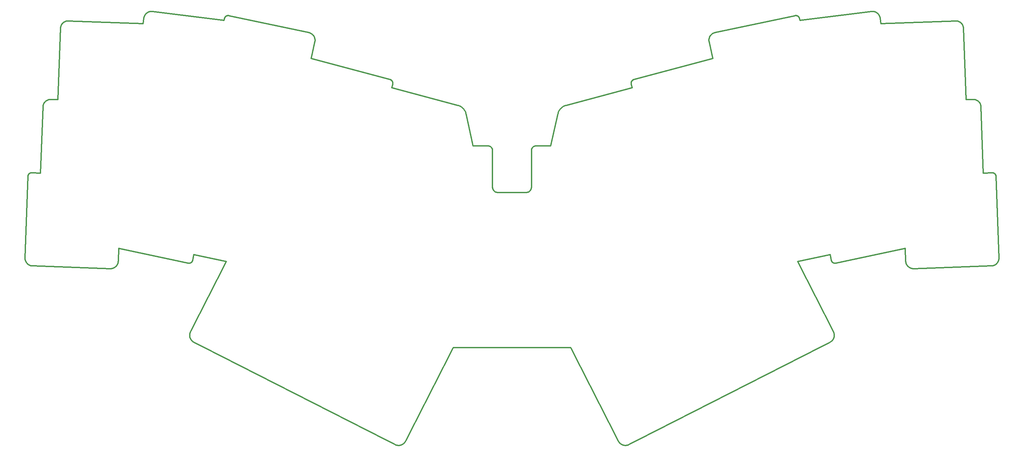
<source format=gko>
%TF.GenerationSoftware,KiCad,Pcbnew,(6.0.6)*%
%TF.CreationDate,2022-07-30T19:55:31+09:00*%
%TF.ProjectId,nowt36,6e6f7774-3336-42e6-9b69-6361645f7063,rev?*%
%TF.SameCoordinates,Original*%
%TF.FileFunction,Profile,NP*%
%FSLAX46Y46*%
G04 Gerber Fmt 4.6, Leading zero omitted, Abs format (unit mm)*
G04 Created by KiCad (PCBNEW (6.0.6)) date 2022-07-30 19:55:31*
%MOMM*%
%LPD*%
G01*
G04 APERTURE LIST*
%TA.AperFunction,Profile*%
%ADD10C,0.349999*%
%TD*%
G04 APERTURE END LIST*
D10*
X231234357Y-33601038D02*
X231189263Y-33584031D01*
X162965635Y-67745991D02*
X162939532Y-67797881D01*
X74939909Y-115390959D02*
X74915741Y-115485825D01*
X62893799Y-35573194D02*
X62893799Y-35573194D01*
X272551723Y-34968424D02*
X272456697Y-34945597D01*
X273249963Y-35310735D02*
X273170259Y-35253001D01*
X240322181Y-97099864D02*
X240359833Y-97131549D01*
X74892805Y-116262433D02*
X74911448Y-116359066D01*
X63415421Y-33305833D02*
X63361074Y-33386043D01*
X74896274Y-115581594D02*
X74881522Y-115678091D01*
X240899177Y-97347156D02*
X240947952Y-97350146D01*
X162994273Y-67695381D02*
X162965635Y-67745991D01*
X250362275Y-32481264D02*
X231928178Y-34744685D01*
X38771067Y-55165734D02*
X38674865Y-55183912D01*
X152555740Y-67552186D02*
X152517364Y-67507667D01*
X163058992Y-67598388D02*
X163025405Y-67646147D01*
X32507888Y-96278571D02*
X32521371Y-96375768D01*
X161480439Y-79116764D02*
X157825364Y-79116787D01*
X209019959Y-38554463D02*
X208958401Y-38628248D01*
X283154359Y-95982654D02*
X282421540Y-74995426D01*
X252591096Y-34222617D02*
X252591096Y-34222617D01*
X240006562Y-96558681D02*
X240006562Y-96558681D01*
X128683749Y-144308759D02*
X128780234Y-144303889D01*
X277347157Y-55302448D02*
X277256627Y-55266065D01*
X152825364Y-68306404D02*
X152825364Y-68306404D01*
X282742351Y-97269969D02*
X282799049Y-97192391D01*
X153174768Y-78676162D02*
X153132495Y-78627362D01*
X163133366Y-67507685D02*
X163094992Y-67552201D01*
X278180524Y-55972426D02*
X278121326Y-55894162D01*
X42048180Y-35655759D02*
X41988977Y-35734023D01*
X75080841Y-97260670D02*
X75125099Y-97239161D01*
X152832310Y-77909374D02*
X152827115Y-77841072D01*
X241143897Y-97338070D02*
X241192658Y-97328960D01*
X63361074Y-33386043D02*
X63310524Y-33469093D01*
X42480257Y-35252908D02*
X42400542Y-35310641D01*
X33328116Y-97676741D02*
X33408998Y-97731899D01*
X208559243Y-39494983D02*
X208543098Y-39591267D01*
X129158799Y-144238691D02*
X129250752Y-144211236D01*
X75364475Y-97066419D02*
X75398657Y-97031383D01*
X171204047Y-56879943D02*
X171024936Y-56978460D01*
X106169495Y-44588617D02*
X106169495Y-44588617D01*
X41691671Y-36346175D02*
X41666814Y-36440874D01*
X63667986Y-33015585D02*
X63599848Y-33083339D01*
X126420869Y-50014765D02*
X126420869Y-50014765D01*
X153132495Y-78627362D02*
X153092568Y-78576555D01*
X84747788Y-33529075D02*
X84698572Y-33532391D01*
X33229363Y-74995464D02*
X32496293Y-95982632D01*
X273716630Y-35814987D02*
X273661470Y-35734108D01*
X126880089Y-50284681D02*
X126845231Y-50250437D01*
X240754754Y-97324020D02*
X240802491Y-97334077D01*
X260840195Y-98724348D02*
X260937402Y-98737818D01*
X84206650Y-33716811D02*
X84168363Y-33745767D01*
X147836175Y-67119224D02*
X147836175Y-67119224D01*
X162783022Y-78107946D02*
X162764899Y-78171767D01*
X56379670Y-97398681D02*
X56409073Y-97305477D01*
X40973115Y-55203873D02*
X40973115Y-55203873D01*
X282852036Y-97112082D02*
X282901192Y-97029171D01*
X240611776Y-115116950D02*
X240567368Y-115024067D01*
X33408998Y-97731899D02*
X33492338Y-97782949D01*
X170690799Y-57209422D02*
X170536761Y-57340835D01*
X41646581Y-36536900D02*
X41631046Y-36634091D01*
X157825364Y-79116787D02*
X157825364Y-79116787D01*
X42912965Y-35027686D02*
X42822427Y-35064064D01*
X259305047Y-97490310D02*
X259343337Y-97580057D01*
X281626843Y-97996525D02*
X281722763Y-97970827D01*
X281997955Y-97866951D02*
X282085093Y-97823831D01*
X55278476Y-98587565D02*
X55367173Y-98546787D01*
X83812760Y-34320466D02*
X83722550Y-34744685D01*
X37730256Y-55676670D02*
X37730256Y-55676670D01*
X278376225Y-56310055D02*
X278333611Y-56222284D01*
X152433877Y-67424235D02*
X152389333Y-67385889D01*
X283108877Y-96484365D02*
X283127818Y-96386885D01*
X240047978Y-96700856D02*
X240066274Y-96746381D01*
X208523308Y-39886428D02*
X208526582Y-39986421D01*
X276782306Y-55152244D02*
X276684271Y-55143534D01*
X282169732Y-97776681D02*
X282251751Y-97725630D01*
X39065009Y-55139685D02*
X38966305Y-55143559D01*
X37101287Y-56970629D02*
X37095368Y-57069666D01*
X75171243Y-116995091D02*
X75225197Y-117076576D01*
X55700310Y-98340973D02*
X55777351Y-98279154D01*
X37112051Y-56872436D02*
X37101287Y-56970629D01*
X63739221Y-32951218D02*
X63667986Y-33015585D01*
X127073265Y-50568746D02*
X127051813Y-50524261D01*
X75282999Y-117155240D02*
X75344535Y-117230950D01*
X241192658Y-97328960D02*
X259049653Y-93533287D01*
X282231358Y-74442666D02*
X282202130Y-74404459D01*
X127051813Y-50524261D02*
X127028084Y-50480701D01*
X240109300Y-96834194D02*
X240133930Y-96876336D01*
X42822427Y-35064064D02*
X42733720Y-35104838D01*
X129766875Y-143957030D02*
X129845385Y-143900262D01*
X230753045Y-33534020D02*
X230702568Y-33540801D01*
X273401215Y-35438393D02*
X273327004Y-35372553D01*
X130256010Y-143478241D02*
X130312797Y-143394848D01*
X171583881Y-56719420D02*
X171390526Y-56793424D01*
X43193912Y-34945545D02*
X43098874Y-34968364D01*
X144260240Y-56793450D02*
X144066893Y-56719442D01*
X129845385Y-143900262D02*
X129921300Y-143839525D01*
X75948380Y-95127460D02*
X84315011Y-96905849D01*
X33619889Y-74237023D02*
X33582536Y-74267170D01*
X74881522Y-115678091D02*
X74871499Y-115775138D01*
X153587232Y-78984165D02*
X153529240Y-78954464D01*
X37127586Y-56775246D02*
X37112051Y-56872436D01*
X145258660Y-57482215D02*
X145113973Y-57340869D01*
X33546679Y-74299050D02*
X33512383Y-74332603D01*
X37202085Y-56491320D02*
X37172677Y-56584527D01*
X250667391Y-32467018D02*
X250566496Y-32466592D01*
X276486359Y-55140665D02*
X274677613Y-55203873D01*
X208534952Y-40086970D02*
X208548515Y-40187924D01*
X107048711Y-39318940D02*
X107019338Y-39225729D01*
X153707883Y-79035179D02*
X153646807Y-79011098D01*
X129994448Y-143774875D02*
X130064663Y-143706367D01*
X63263913Y-33554874D02*
X63221379Y-33643277D01*
X107114900Y-40093746D02*
X107123339Y-39995692D01*
X189002232Y-50107010D02*
X188960133Y-50131818D01*
X64136961Y-32684023D02*
X64052338Y-32729812D01*
X189090071Y-50063597D02*
X189045569Y-50084252D01*
X162809867Y-77976648D02*
X162798040Y-78042878D01*
X32966544Y-97342282D02*
X33032387Y-97416492D01*
X32499173Y-96180538D02*
X32507888Y-96278571D01*
X259385956Y-97667831D02*
X259432833Y-97753470D01*
X240802491Y-97334077D02*
X240850661Y-97341794D01*
X187652731Y-144205891D02*
X187745267Y-144172371D01*
X239783896Y-117665017D02*
X239870887Y-117612023D01*
X75344535Y-117230950D02*
X75409687Y-117303570D01*
X151634965Y-67116760D02*
X151634965Y-67116760D01*
X260555245Y-98655952D02*
X260648950Y-98683353D01*
X187925858Y-144091366D02*
X239693375Y-117714062D01*
X189229874Y-50014791D02*
X189182295Y-50028812D01*
X281992172Y-74208657D02*
X281952021Y-74182163D01*
X106804406Y-38784022D02*
X106804406Y-38784022D01*
X37414808Y-56053271D02*
X37363751Y-56136611D01*
X33698820Y-74182173D02*
X33658672Y-74208671D01*
X84287110Y-33664558D02*
X84246257Y-33689725D01*
X251337900Y-32604675D02*
X251246924Y-32571346D01*
X38393929Y-55266057D02*
X38303394Y-55302436D01*
X240315657Y-117220587D02*
X240376409Y-117144680D01*
X231143295Y-33569185D02*
X231096528Y-33556548D01*
X63059655Y-34222617D02*
X63059655Y-34222617D01*
X33343011Y-74565663D02*
X33321457Y-74609231D01*
X145734073Y-58136595D02*
X145631708Y-57960683D01*
X106415091Y-38343276D02*
X106338897Y-38282252D01*
X55851563Y-98213314D02*
X55922422Y-98143878D01*
X107101590Y-40191619D02*
X107114900Y-40093746D01*
X273857163Y-36071725D02*
X273814550Y-35983958D01*
X240219684Y-96994822D02*
X240252057Y-97031427D01*
X64496626Y-32542399D02*
X64403814Y-32571356D01*
X153314811Y-78809675D02*
X153266010Y-78767403D01*
X106259863Y-38225049D02*
X106178133Y-38171766D01*
X33740270Y-74157591D02*
X33698820Y-74182173D01*
X272360503Y-34927412D02*
X272263308Y-34913933D01*
X209722011Y-38040570D02*
X209632009Y-38082532D01*
X187925858Y-144091366D02*
X187925858Y-144091366D01*
X75431029Y-96994780D02*
X75461542Y-96956683D01*
X186784572Y-144295574D02*
X186882053Y-144304620D01*
X185794637Y-143891380D02*
X185873296Y-143949198D01*
X241192658Y-97328960D02*
X241192658Y-97328960D01*
X252177321Y-33228563D02*
X252115798Y-33154362D01*
X56454156Y-97114767D02*
X56469688Y-97017582D01*
X273895447Y-36161466D02*
X273857163Y-36071725D01*
X43387322Y-34913900D02*
X43290117Y-34927369D01*
X230853315Y-33528200D02*
X230803319Y-33529836D01*
X41793255Y-36071660D02*
X41754965Y-36161407D01*
X281539941Y-74037179D02*
X281489710Y-74032565D01*
X145113973Y-57340869D02*
X144959941Y-57209456D01*
X281387360Y-74030964D02*
X281387360Y-74030964D01*
X231049036Y-33546169D02*
X231000895Y-33538097D01*
X56601067Y-93533287D02*
X56601067Y-93533287D01*
X282799049Y-97192391D02*
X282852036Y-97112082D01*
X152036279Y-67186216D02*
X151981122Y-67167998D01*
X144625817Y-56978490D02*
X144446713Y-56879971D01*
X187368291Y-144278351D02*
X187464067Y-144258894D01*
X32846985Y-97185538D02*
X32904723Y-97265242D01*
X282068313Y-74267151D02*
X282030957Y-74237007D01*
X56486367Y-96820362D02*
X56486367Y-96820362D01*
X272737609Y-35027760D02*
X272645416Y-34995833D01*
X106338897Y-38282252D02*
X106259863Y-38225049D01*
X33419505Y-74442695D02*
X33392100Y-74482334D01*
X240525627Y-97239217D02*
X240569887Y-97260726D01*
X252429370Y-33643271D02*
X252386836Y-33554867D01*
X106748329Y-38702186D02*
X106688533Y-38623567D01*
X188805510Y-50250462D02*
X188770651Y-50284706D01*
X162595672Y-78523788D02*
X162558175Y-78576517D01*
X162825364Y-77771831D02*
X162823614Y-77841040D01*
X74989804Y-97296898D02*
X75035714Y-97279921D01*
X74915741Y-115485825D02*
X74896274Y-115581594D01*
X145968295Y-58706368D02*
X145902861Y-58509953D01*
X152476655Y-67464916D02*
X152433877Y-67424235D01*
X107109021Y-39605170D02*
X107093585Y-39508835D01*
X126605174Y-50084226D02*
X126560671Y-50063571D01*
X231680219Y-33956068D02*
X231651421Y-33916904D01*
X74996212Y-116643651D02*
X75033621Y-116735067D01*
X271967377Y-34902346D02*
X271967377Y-34902346D01*
X240440064Y-97189487D02*
X240482323Y-97215465D01*
X163307607Y-67349940D02*
X163261395Y-67385910D01*
X209632009Y-38082532D02*
X209544780Y-38128627D01*
X163560275Y-67207119D02*
X163507186Y-67230611D01*
X34212005Y-74030447D02*
X34161123Y-74032543D01*
X33269534Y-74746822D02*
X33256690Y-74794780D01*
X33366581Y-74523344D02*
X33343011Y-74565663D01*
X64983344Y-32467023D02*
X64883446Y-32472478D01*
X126690610Y-50131793D02*
X126648510Y-50106985D01*
X186214792Y-144140836D02*
X186306206Y-144178261D01*
X186399766Y-144211262D02*
X186399766Y-144211262D01*
X153529240Y-78954464D02*
X153472918Y-78922080D01*
X188705980Y-50358317D02*
X188676310Y-50397575D01*
X33665744Y-97872427D02*
X33755488Y-97910708D01*
X231189263Y-33584031D02*
X231143295Y-33569185D01*
X188919340Y-50158621D02*
X188879925Y-50187365D01*
X55989466Y-98071339D02*
X56052622Y-97995857D01*
X126468448Y-50028786D02*
X126420869Y-50014765D01*
X105734185Y-37967685D02*
X105639359Y-37940038D01*
X75704169Y-117560454D02*
X75785681Y-117615601D01*
X151981122Y-67167998D02*
X151925078Y-67152478D01*
X83918561Y-34038952D02*
X83895515Y-34082566D01*
X152867712Y-78107981D02*
X152852693Y-78042913D01*
X240567368Y-115024067D02*
X231335725Y-96905849D01*
X55187948Y-98623949D02*
X55278476Y-98587565D01*
X278414510Y-56399798D02*
X278376225Y-56310055D01*
X37469974Y-55972389D02*
X37414808Y-56053271D01*
X259164445Y-96820385D02*
X259164445Y-96820385D01*
X153055070Y-78523825D02*
X153020086Y-78469257D01*
X151868244Y-67139697D02*
X151810718Y-67129694D01*
X84948176Y-33540807D02*
X84897700Y-33534028D01*
X75870119Y-117666848D02*
X75957368Y-117714062D01*
X130131774Y-143634055D02*
X130195613Y-143557995D01*
X161880379Y-79056294D02*
X161816557Y-79074418D01*
X152656465Y-67695372D02*
X152625331Y-67646136D01*
X151693981Y-67118185D02*
X151634965Y-67116760D01*
X187174737Y-144303102D02*
X187271788Y-144293091D01*
X240947952Y-97350146D02*
X240996899Y-97350749D01*
X188489236Y-50947446D02*
X188488803Y-50996309D01*
X185576934Y-143695993D02*
X185646321Y-143764662D01*
X277435855Y-55343226D02*
X277347157Y-55302448D01*
X54713638Y-98737776D02*
X54810835Y-98724296D01*
X33940247Y-97973988D02*
X34034940Y-97998839D01*
X74943198Y-97311585D02*
X74989804Y-97296898D01*
X188526894Y-50706906D02*
X188514668Y-50754217D01*
X170132695Y-57792605D02*
X170019004Y-57960651D01*
X208900488Y-38704823D02*
X208846316Y-38784040D01*
X153418349Y-78887098D02*
X153365619Y-78849601D01*
X33392100Y-74482334D02*
X33366581Y-74523344D01*
X126770816Y-50187340D02*
X126731402Y-50158596D01*
X56052622Y-97995857D02*
X56111817Y-97917596D01*
X147836175Y-67119224D02*
X146020432Y-58908584D01*
X127028084Y-50480701D02*
X127028084Y-50480701D01*
X161942870Y-79035149D02*
X161880379Y-79056294D01*
X281328213Y-98045016D02*
X281429447Y-98033749D01*
X282171146Y-74367743D02*
X282138472Y-74332580D01*
X84329134Y-33641358D02*
X84287110Y-33664558D01*
X33284653Y-74699871D02*
X33269534Y-74746822D01*
X38303394Y-55302436D02*
X38214690Y-55343210D01*
X106903863Y-38955138D02*
X106856360Y-38868536D01*
X55851563Y-98213314D02*
X55851563Y-98213314D01*
X185646321Y-143764662D02*
X185718934Y-143829830D01*
X186038942Y-144053174D02*
X186125659Y-144099102D01*
X64687202Y-32498038D02*
X64591135Y-32517923D01*
X251911522Y-32951207D02*
X251837329Y-32890336D01*
X189229874Y-50014791D02*
X189229874Y-50014791D01*
X252555926Y-34020912D02*
X252531104Y-33923116D01*
X84554226Y-33556563D02*
X84507460Y-33569200D01*
X208531663Y-39688701D02*
X208525034Y-39787138D01*
X272263308Y-34913933D02*
X272165278Y-34905220D01*
X56601067Y-93533287D02*
X74458100Y-97328915D01*
X153472918Y-78922080D02*
X153418349Y-78887098D01*
X278333611Y-56222284D02*
X278286740Y-56136648D01*
X74895985Y-97323964D02*
X74943198Y-97311585D01*
X38486130Y-55234136D02*
X38393929Y-55266057D01*
X162003945Y-79011067D02*
X161942870Y-79035149D01*
X74848251Y-97334021D02*
X74895985Y-97323964D01*
X37881523Y-55549014D02*
X37804475Y-55610831D01*
X37316877Y-56222247D02*
X37274258Y-56310019D01*
X186687426Y-144281729D02*
X186784572Y-144295574D01*
X142703004Y-119099964D02*
X142703004Y-119099964D01*
X54417702Y-98749363D02*
X54516906Y-98750371D01*
X75121252Y-116910921D02*
X75171243Y-116995091D01*
X75516787Y-96876301D02*
X75541418Y-96834162D01*
X145393508Y-57632977D02*
X145258660Y-57482215D01*
X152343120Y-67349917D02*
X152295337Y-67316360D01*
X231838013Y-34320467D02*
X231826042Y-34270403D01*
X240110140Y-117431035D02*
X240182467Y-117363933D01*
X272916830Y-35104922D02*
X272828135Y-35064144D01*
X281438828Y-74030474D02*
X281387360Y-74030964D01*
X152625331Y-67646136D02*
X152591743Y-67598375D01*
X55002059Y-98683284D02*
X55095753Y-98655876D01*
X128006639Y-144208691D02*
X128102370Y-144237744D01*
X259799348Y-98213421D02*
X259799348Y-98213421D01*
X231776241Y-34127561D02*
X231755260Y-34082560D01*
X172947724Y-119099964D02*
X172947724Y-119099964D01*
X41933809Y-35814907D02*
X41882750Y-35898249D01*
X64784686Y-32482853D02*
X64687202Y-32498038D01*
X282331029Y-97670808D02*
X282407445Y-97612345D01*
X33964752Y-74065532D02*
X33917774Y-74079628D01*
X41614365Y-36831327D02*
X40973115Y-55203873D01*
X240399144Y-97161448D02*
X240440064Y-97189487D01*
X276585567Y-55139653D02*
X276486359Y-55140665D01*
X162848461Y-68073107D02*
X162838419Y-68130624D01*
X164015748Y-67116787D02*
X163956734Y-67118212D01*
X152195450Y-67256653D02*
X152143540Y-67230584D01*
X153834198Y-79074447D02*
X153770375Y-79056323D01*
X152825364Y-77771862D02*
X152825364Y-68306404D01*
X39164216Y-55140703D02*
X39164216Y-55140703D01*
X281952021Y-74182163D02*
X281910570Y-74157583D01*
X83855694Y-34173905D02*
X83839068Y-34221533D01*
X240485955Y-116985243D02*
X240534638Y-116902051D01*
X169916635Y-58136564D02*
X169826083Y-58319829D01*
X74555796Y-97344679D02*
X74604823Y-97348898D01*
X157825364Y-119099964D02*
X172947724Y-119099964D01*
X37235970Y-56399763D02*
X37202085Y-56491320D01*
X162876839Y-67960252D02*
X162861282Y-68016284D01*
X153646807Y-79011098D02*
X153587232Y-78984165D01*
X187077312Y-144308370D02*
X187174737Y-144303102D01*
X252575970Y-34120782D02*
X252555926Y-34020912D01*
X63119646Y-33923119D02*
X63094824Y-34020914D01*
X55777351Y-98279154D02*
X55851563Y-98213314D01*
X152987701Y-78412936D02*
X152957999Y-78354945D01*
X208707216Y-39036049D02*
X208668977Y-39124341D01*
X208525034Y-39787138D02*
X208523308Y-39886428D01*
X259164445Y-96820385D02*
X259170362Y-96919425D01*
X231404507Y-33689709D02*
X231363653Y-33664542D01*
X106985384Y-39133909D02*
X106946881Y-39043654D01*
X127127968Y-51239538D02*
X127127968Y-51239538D01*
X75251574Y-97161396D02*
X75290883Y-97131499D01*
X281824026Y-74114414D02*
X281779063Y-74095945D01*
X106856360Y-38868536D02*
X106804406Y-38784022D01*
X127817697Y-144135331D02*
X127911691Y-144174571D01*
X75461542Y-96956683D02*
X75490144Y-96917166D01*
X185283102Y-143304146D02*
X185334338Y-143388598D01*
X74458100Y-97328915D02*
X74506859Y-97338023D01*
X185334338Y-143388598D02*
X185389474Y-143470123D01*
X33512383Y-74332603D02*
X33479712Y-74367769D01*
X55095753Y-98655876D02*
X55187948Y-98623949D01*
X260937402Y-98737818D02*
X261035444Y-98746520D01*
X154101109Y-79115037D02*
X154032807Y-79109844D01*
X83812760Y-34320466D02*
X83812760Y-34320466D01*
X152755645Y-67905114D02*
X152734734Y-67850954D01*
X37730256Y-55676670D02*
X37659390Y-55746105D01*
X42178400Y-35507735D02*
X42111346Y-35580276D01*
X43584071Y-34901327D02*
X43485362Y-34905198D01*
X32621730Y-96752883D02*
X32658116Y-96843411D01*
X252340224Y-33469085D02*
X252289674Y-33386034D01*
X273539119Y-35580367D02*
X273472074Y-35507828D01*
X43098874Y-34968364D02*
X43005170Y-34995766D01*
X56409073Y-97305477D02*
X56433927Y-97210786D01*
X281529031Y-98017543D02*
X281626843Y-97996525D01*
X209481232Y-44588617D02*
X209481232Y-44588617D01*
X63890425Y-32833084D02*
X63813414Y-32890348D01*
X281816669Y-97940579D02*
X281908440Y-97905911D01*
X33101826Y-97487350D02*
X33174368Y-97554393D01*
X240687493Y-116550073D02*
X240714963Y-116458120D01*
X127724824Y-144090916D02*
X127724824Y-144090916D01*
X43485362Y-34905198D02*
X43387322Y-34913900D01*
X84649856Y-33538110D02*
X84601716Y-33546184D01*
X240182467Y-117363933D02*
X240250991Y-117293728D01*
X37147819Y-56679223D02*
X37127586Y-56775246D01*
X261233369Y-98749370D02*
X261233369Y-98749370D01*
X208846316Y-38784040D02*
X208795982Y-38865749D01*
X240160571Y-96917203D02*
X240189172Y-96956723D01*
X281910570Y-74157583D02*
X281867883Y-74134980D01*
X37529175Y-55894126D02*
X37469974Y-55972389D01*
X54615606Y-98746488D02*
X54713638Y-98737776D01*
X38579831Y-55206733D02*
X38486130Y-55234136D01*
X187836368Y-144134191D02*
X187925858Y-144091366D01*
X152711207Y-67797879D02*
X152685104Y-67745986D01*
X75083314Y-115024074D02*
X75083314Y-115024074D01*
X74458100Y-97328915D02*
X74458100Y-97328915D01*
X231732213Y-34038945D02*
X231707174Y-33996765D01*
X126420869Y-50014765D02*
X106169495Y-44588617D01*
X277164430Y-55234138D02*
X277070734Y-55206731D01*
X128295507Y-144280874D02*
X128392575Y-144295060D01*
X240359833Y-97131549D02*
X240399144Y-97161448D01*
X107083375Y-40289139D02*
X107101590Y-40191619D01*
X63599848Y-33083339D02*
X63534948Y-33154372D01*
X33032387Y-97416492D02*
X33101826Y-97487350D01*
X188770651Y-50284706D02*
X188737451Y-50320676D01*
X240619551Y-116729566D02*
X240655671Y-116640611D01*
X41882750Y-35898249D02*
X41835874Y-35983887D01*
X64591135Y-32517923D02*
X64496626Y-32542399D01*
X259196661Y-97114814D02*
X259216894Y-97210841D01*
X38043445Y-55437695D02*
X37961236Y-55491281D01*
X281722763Y-97970827D02*
X281816669Y-97940579D01*
X152789456Y-68016298D02*
X152773899Y-67960261D01*
X240655671Y-116640611D02*
X240687493Y-116550073D01*
X128586865Y-144308947D02*
X128683749Y-144308759D01*
X127127968Y-51239538D02*
X127139617Y-51191322D01*
X278549170Y-56970653D02*
X278538410Y-56872462D01*
X74878974Y-116165289D02*
X74892805Y-116262433D01*
X126515073Y-50045073D02*
X126468448Y-50028786D01*
X107123339Y-39995692D02*
X107126938Y-39897634D01*
X241045931Y-97348948D02*
X241094959Y-97344727D01*
X252115798Y-33154362D02*
X252050897Y-33083329D01*
X84315011Y-96905849D02*
X84315011Y-96905849D01*
X75632654Y-96606914D02*
X75644166Y-96558666D01*
X239954295Y-117555248D02*
X240034065Y-117494863D01*
X261233369Y-98749370D02*
X281225449Y-98051212D01*
X152840864Y-77976682D02*
X152832310Y-77909374D01*
X170019004Y-57960651D02*
X169916635Y-58136564D01*
X163025405Y-67646147D02*
X162994273Y-67695381D01*
X56111817Y-97917596D02*
X56166976Y-97836715D01*
X185389474Y-143470123D02*
X185448375Y-143548608D01*
X282030957Y-74237007D02*
X281992172Y-74208657D01*
X259799348Y-98213421D02*
X259873568Y-98279261D01*
X231335725Y-96905849D02*
X231335725Y-96905849D01*
X127158682Y-50898691D02*
X127153497Y-50850185D01*
X75644166Y-96558666D02*
X75948380Y-95127460D01*
X127148825Y-51142800D02*
X127155606Y-51094061D01*
X240785102Y-115983061D02*
X240785304Y-115886173D01*
X208605272Y-39306466D02*
X208580000Y-39400000D01*
X39164216Y-55140703D02*
X39065009Y-55139685D01*
X277991120Y-55746139D02*
X277920258Y-55676702D01*
X41614365Y-36831327D02*
X41614365Y-36831327D01*
X188879925Y-50187365D02*
X188841959Y-50217997D01*
X273472074Y-35507828D02*
X273401215Y-35438393D01*
X33229363Y-74995464D02*
X33229363Y-74995464D01*
X127139617Y-51191322D02*
X127148825Y-51142800D01*
X188490763Y-51045219D02*
X188495128Y-51094087D01*
X75785681Y-117615601D02*
X75870119Y-117666848D01*
X240567368Y-115024067D02*
X240567368Y-115024067D01*
X42249268Y-35438299D02*
X42249268Y-35438299D01*
X84315011Y-96905849D02*
X75083314Y-115024074D01*
X84372256Y-33620174D02*
X84329134Y-33641358D01*
X84168363Y-33745767D02*
X84131472Y-33776546D01*
X271967377Y-34902346D02*
X252756928Y-35573194D01*
X54417702Y-98749363D02*
X54417702Y-98749363D01*
X56469688Y-97017582D02*
X56480450Y-96919393D01*
X274036027Y-36831331D02*
X274036027Y-36831331D01*
X154170319Y-79116787D02*
X154170319Y-79116787D01*
X186125659Y-144099102D02*
X186214792Y-144140836D01*
X54810835Y-98724296D02*
X54907031Y-98706112D01*
X230651963Y-33550227D02*
X210107819Y-37917020D01*
X83722550Y-34744685D02*
X83722550Y-34744685D01*
X170257214Y-57632943D02*
X170132695Y-57792605D01*
X162826830Y-68247349D02*
X162825364Y-68306362D01*
X188501910Y-51142827D02*
X188511119Y-51191348D01*
X162121510Y-78954432D02*
X162063520Y-78984133D01*
X32496293Y-95982632D02*
X32495287Y-96081836D01*
X169826083Y-58319829D02*
X169747841Y-58509928D01*
X106488298Y-38408020D02*
X106415091Y-38343276D01*
X33256690Y-74794780D02*
X33246186Y-74843684D01*
X239702347Y-95127460D02*
X239702347Y-95127460D01*
X129341292Y-144179429D02*
X129430249Y-144143324D01*
X281867883Y-74134980D02*
X281824026Y-74114414D01*
X272645416Y-34995833D02*
X272551723Y-34968424D01*
X74800083Y-97341740D02*
X74848251Y-97334021D01*
X33782955Y-74134985D02*
X33740270Y-74157591D01*
X185954776Y-144003167D02*
X186038942Y-144053174D01*
X188522767Y-51239565D02*
X188522767Y-51239565D01*
X240738192Y-115498001D02*
X240714160Y-115401648D01*
X55620605Y-98398708D02*
X55700310Y-98340973D01*
X75075340Y-116824202D02*
X75121252Y-116910921D01*
X240579188Y-116816769D02*
X240619551Y-116729566D01*
X188541444Y-50660170D02*
X188526894Y-50706906D01*
X151810718Y-67129694D02*
X151752598Y-67122509D01*
X84897700Y-33534028D02*
X84847427Y-33529845D01*
X163898120Y-67122537D02*
X163840001Y-67129722D01*
X282946395Y-96943790D02*
X282987524Y-96856067D01*
X75948380Y-95127460D02*
X75948380Y-95127460D01*
X144797057Y-57088490D02*
X144625817Y-56978490D01*
X208634963Y-39214530D02*
X208605272Y-39306466D01*
X56166976Y-97836715D02*
X56218027Y-97753377D01*
X240850661Y-97341794D02*
X240899177Y-97347156D01*
X130195613Y-143557995D02*
X130256010Y-143478241D01*
X281489710Y-74032565D02*
X281438828Y-74030474D01*
X63473425Y-33228573D02*
X63415421Y-33305833D01*
X231278503Y-33620158D02*
X231234357Y-33601038D01*
X250362275Y-32481264D02*
X250362275Y-32481264D01*
X240250991Y-117293728D02*
X240315657Y-117220587D01*
X240482323Y-97215465D02*
X240525627Y-97239217D01*
X34061375Y-74044237D02*
X34012640Y-74053715D01*
X188841959Y-50217997D02*
X188805510Y-50250462D01*
X153365619Y-78849601D02*
X153314811Y-78809675D01*
X231755260Y-34082560D02*
X231732213Y-34038945D01*
X282394201Y-74794742D02*
X282381353Y-74746785D01*
X282901192Y-97029171D02*
X282946395Y-96943790D01*
X162431445Y-78722834D02*
X162384736Y-78767367D01*
X171024936Y-56978460D02*
X170853689Y-57088458D01*
X32562389Y-96566993D02*
X32589800Y-96660688D01*
X151634965Y-67116760D02*
X147836175Y-67119224D01*
X281429447Y-98033749D02*
X281529031Y-98017543D01*
X84998780Y-33550232D02*
X84948176Y-33540807D01*
X240189172Y-96956723D02*
X240219684Y-96994822D01*
X161617950Y-79109819D02*
X161549649Y-79115013D01*
X208548515Y-40187924D02*
X208567368Y-40289136D01*
X240006562Y-96558681D02*
X240018072Y-96606933D01*
X34326337Y-98045352D02*
X34425370Y-98051266D01*
X129517455Y-144102977D02*
X129602741Y-144058443D01*
X33448731Y-74404486D02*
X33419505Y-74442695D01*
X259181126Y-97017622D02*
X259196661Y-97114814D01*
X75584447Y-96746354D02*
X75602745Y-96700832D01*
X151925078Y-67152478D02*
X151868244Y-67139697D01*
X283085256Y-96580152D02*
X283108877Y-96484365D01*
X162630655Y-78469220D02*
X162595672Y-78523788D01*
X208958401Y-38628248D02*
X208900488Y-38704823D01*
X282480877Y-97550372D02*
X282551205Y-97485017D01*
X106946881Y-39043654D02*
X106903863Y-38955138D01*
X172947724Y-119099964D02*
X185235902Y-143216884D01*
X63149106Y-33827509D02*
X63119646Y-33923119D01*
X209460420Y-38178704D02*
X209379028Y-38232615D01*
X281225449Y-98051212D02*
X281225449Y-98051212D01*
X162861282Y-68016284D02*
X162848461Y-68073107D01*
X34263474Y-74030933D02*
X36500611Y-74109058D01*
X127028084Y-50480701D02*
X127002227Y-50438371D01*
X250963535Y-32498030D02*
X250866051Y-32482847D01*
X151752598Y-67122509D02*
X151693981Y-67118185D01*
X74751569Y-97347102D02*
X74800083Y-97341740D01*
X75550384Y-117439001D02*
X75625698Y-117501542D01*
X153092568Y-78576555D02*
X153055070Y-78523825D01*
X186979692Y-144308881D02*
X187077312Y-144308370D01*
X54516906Y-98750371D02*
X54615606Y-98746488D01*
X42323490Y-35372459D02*
X42249268Y-35438299D01*
X231096528Y-33556548D02*
X231049036Y-33546169D01*
X260372501Y-98587654D02*
X260463040Y-98624032D01*
X188492050Y-50898717D02*
X188489236Y-50947446D01*
X157825364Y-119099964D02*
X157825364Y-119099964D01*
X152957999Y-78354945D02*
X152931065Y-78295370D01*
X64403814Y-32571356D02*
X64312839Y-32604685D01*
X283151175Y-96187373D02*
X283155349Y-96085599D01*
X33238087Y-74893473D02*
X33232458Y-74944086D01*
X259598262Y-97995960D02*
X259661427Y-98071444D01*
X282284290Y-74523312D02*
X282258767Y-74482304D01*
X106804406Y-38784022D02*
X106748329Y-38702186D01*
X75625698Y-117501542D02*
X75704169Y-117560454D01*
X163956734Y-67118212D02*
X163898120Y-67122537D01*
X128392575Y-144295060D02*
X128489751Y-144304399D01*
X153965498Y-79101291D02*
X153899267Y-79089464D01*
X167814545Y-67119224D02*
X164015748Y-67116787D01*
X75125099Y-97239161D02*
X75168399Y-97215410D01*
X126560671Y-50063571D02*
X126515073Y-50045073D01*
X74963227Y-116550091D02*
X74963227Y-116550091D01*
X32793394Y-97103337D02*
X32846985Y-97185538D01*
X188648510Y-50438396D02*
X188622651Y-50480726D01*
X41754965Y-36161407D02*
X41721080Y-36252966D01*
X279150117Y-74109058D02*
X278555085Y-57069687D01*
X62893799Y-35573194D02*
X43683282Y-34902348D01*
X105918239Y-38036449D02*
X105827194Y-37999855D01*
X74934917Y-116455011D02*
X74963227Y-116550091D01*
X34228147Y-98034595D02*
X34326337Y-98045352D01*
X278235686Y-56053308D02*
X278180524Y-55972426D01*
X187271788Y-144293091D02*
X187368291Y-144278351D01*
X41631046Y-36634091D02*
X41620283Y-36732288D01*
X186590791Y-144263071D02*
X186687426Y-144281729D01*
X130064663Y-143706367D02*
X130131774Y-143634055D01*
X84698572Y-33532391D02*
X84649856Y-33538110D01*
X75618831Y-96654327D02*
X75632654Y-96606914D01*
X32539558Y-96471965D02*
X32562389Y-96566993D01*
X210107819Y-37917020D02*
X210107819Y-37917020D01*
X282418443Y-74944048D02*
X282412810Y-74893434D01*
X209300700Y-38290212D02*
X209225532Y-38351343D01*
X55538403Y-98452296D02*
X55620605Y-98398708D01*
X154170319Y-79116787D02*
X154101109Y-79115037D01*
X105542863Y-37917016D02*
X84998780Y-33550232D01*
X231321626Y-33641342D02*
X231278503Y-33620158D01*
X273327004Y-35372553D02*
X273249963Y-35310735D01*
X41666814Y-36440874D02*
X41646581Y-36536900D01*
X231519295Y-33776532D02*
X231482403Y-33745753D01*
X259049653Y-93533287D02*
X259049653Y-93533287D01*
X130365805Y-143307871D02*
X130414864Y-143217365D01*
X281225449Y-98051212D02*
X281328213Y-98045016D01*
X282329421Y-74609196D02*
X282307863Y-74565629D01*
X208526582Y-39986421D02*
X208534952Y-40086970D01*
X127145954Y-50801989D02*
X127136064Y-50754192D01*
X75478342Y-117372965D02*
X75550384Y-117439001D01*
X260648950Y-98683353D02*
X260743989Y-98706173D01*
X34012640Y-74053715D02*
X33964752Y-74065532D01*
X127724824Y-144090916D02*
X127817697Y-144135331D01*
X128876150Y-144294392D02*
X128971329Y-144280324D01*
X145902861Y-58509953D02*
X145824622Y-58319857D01*
X278555085Y-57069687D02*
X278555085Y-57069687D01*
X188737451Y-50320676D02*
X188705980Y-50358317D01*
X64312839Y-32604685D02*
X64223841Y-32642277D01*
X56218027Y-97753377D02*
X56264895Y-97667743D01*
X128971329Y-144280324D02*
X129065602Y-144261738D01*
X145824622Y-58319857D02*
X145734073Y-58136595D01*
X74865695Y-115970174D02*
X74869942Y-116067810D01*
X126974428Y-50397550D02*
X126944759Y-50358292D01*
X83722550Y-34744685D02*
X65288460Y-32481264D01*
X283057076Y-96674119D02*
X283085256Y-96580152D01*
X145631708Y-57960683D02*
X145518022Y-57792638D01*
X145518022Y-57792638D02*
X145393508Y-57632977D01*
X129685937Y-144009775D02*
X129766875Y-143957030D01*
X126808783Y-50217972D02*
X126770816Y-50187340D01*
X272828135Y-35064144D02*
X272737609Y-35027760D01*
X74866219Y-115872558D02*
X74865695Y-115970174D01*
X273814550Y-35983958D02*
X273767681Y-35898324D01*
X127136064Y-50754192D02*
X127123838Y-50706881D01*
X162518249Y-78627325D02*
X162475977Y-78676125D01*
X38127985Y-55388317D02*
X38043445Y-55437695D01*
X164015748Y-67116787D02*
X164015748Y-67116787D01*
X126731402Y-50158596D02*
X126690610Y-50131793D01*
X277256627Y-55266065D02*
X277164430Y-55234138D01*
X209909949Y-37969637D02*
X209814691Y-38002888D01*
X74604823Y-97348898D02*
X74653852Y-97350698D01*
X185235902Y-143216884D02*
X185283102Y-143304146D01*
X282104172Y-74299029D02*
X282068313Y-74267151D01*
X239693375Y-117714062D02*
X239693375Y-117714062D01*
X162063520Y-78984133D02*
X162003945Y-79011067D01*
X152823901Y-68247385D02*
X152819538Y-68188767D01*
X239702347Y-95127460D02*
X240006562Y-96558681D01*
X240738025Y-116364922D02*
X240756625Y-116270649D01*
X163614446Y-67186244D02*
X163560275Y-67207119D01*
X162825364Y-77771831D02*
X162825364Y-77771831D01*
X208795982Y-38865749D02*
X208749583Y-38949802D01*
X34263474Y-74030933D02*
X34212005Y-74030447D01*
X34263474Y-74030933D02*
X34263474Y-74030933D01*
X84029916Y-33879331D02*
X83999351Y-33916914D01*
X169682403Y-58706346D02*
X169630265Y-58908565D01*
X277689293Y-55491307D02*
X277607089Y-55437717D01*
X38674865Y-55183912D02*
X38579831Y-55206733D01*
X282307863Y-74565629D02*
X282284290Y-74523312D01*
X157825364Y-79116787D02*
X154170319Y-79116787D01*
X43005170Y-34995766D02*
X42912965Y-35027686D01*
X250866051Y-32482847D02*
X250767289Y-32472473D01*
X143867165Y-56658464D02*
X126893700Y-52113829D01*
X75957368Y-117714062D02*
X75957368Y-117714062D01*
X129602741Y-144058443D02*
X129685937Y-144009775D01*
X163094992Y-67552201D02*
X163058992Y-67598388D01*
X252467686Y-33734186D02*
X252429370Y-33643271D01*
X32698897Y-96932107D02*
X32744010Y-97018804D01*
X162823614Y-77841040D02*
X162818420Y-77909340D01*
X37095368Y-57069666D02*
X37095368Y-57069666D01*
X37961236Y-55491281D02*
X37881523Y-55549014D01*
X231444116Y-33716796D02*
X231404507Y-33689709D01*
X56345790Y-97490234D02*
X56379670Y-97398681D01*
X127161931Y-50996283D02*
X127161497Y-50947420D01*
X75409687Y-117303570D02*
X75478342Y-117372965D01*
X84601716Y-33546184D02*
X84554226Y-33556563D01*
X188522767Y-51239565D02*
X188757020Y-52113829D01*
X106558372Y-38476384D02*
X106488298Y-38408020D01*
X153266010Y-78767403D02*
X153219301Y-78722871D01*
X282085093Y-97823831D02*
X282169732Y-97776681D01*
X128102370Y-144237744D02*
X128198715Y-144261787D01*
X209153621Y-38415862D02*
X209085065Y-38483618D01*
X152812316Y-68130648D02*
X152802275Y-68073126D01*
X260743989Y-98706173D02*
X260840195Y-98724348D01*
X240376409Y-117144680D02*
X240433193Y-117066175D01*
X152819538Y-68188767D02*
X152812316Y-68130648D01*
X33492338Y-97782949D02*
X33577974Y-97829816D01*
X161816557Y-79074418D02*
X161751488Y-79089437D01*
X105827194Y-37999855D02*
X105734185Y-37967685D01*
X146020432Y-58908584D02*
X145968295Y-58706368D01*
X33032387Y-97416492D02*
X33032387Y-97416492D01*
X41620283Y-36732288D02*
X41614365Y-36831327D01*
X276975703Y-55183904D02*
X276879505Y-55165721D01*
X33577974Y-97829816D02*
X33665744Y-97872427D01*
X126944759Y-50358292D02*
X126913289Y-50320651D01*
X161685258Y-79101265D02*
X161617950Y-79109819D01*
X188757020Y-52113829D02*
X188757020Y-52113829D01*
X230952178Y-33532379D02*
X230902959Y-33529064D01*
X240780219Y-116079549D02*
X240785102Y-115983061D01*
X127109289Y-50660144D02*
X127092427Y-50614070D01*
X75210656Y-97189434D02*
X75251574Y-97161396D01*
X34110891Y-74037159D02*
X34061375Y-74044237D01*
X163261395Y-67385910D02*
X163216851Y-67424256D01*
X107073471Y-39413367D02*
X107048711Y-39318940D01*
X33847042Y-97944586D02*
X33940247Y-97973988D01*
X74963227Y-116550091D02*
X74996212Y-116643651D01*
X152827115Y-77841072D02*
X152825364Y-77771862D01*
X208567368Y-40289136D02*
X208567368Y-40289136D01*
X162831195Y-68188737D02*
X162826830Y-68247349D01*
X56307507Y-97579975D02*
X56345790Y-97490234D01*
X163216851Y-67424256D02*
X163174073Y-67464935D01*
X240066274Y-96746381D02*
X240086731Y-96790852D01*
X274677613Y-55203873D02*
X274677613Y-55203873D01*
X75644166Y-96558666D02*
X75644166Y-96558666D01*
X209481232Y-44588617D02*
X189229874Y-50014791D01*
X251154112Y-32542389D02*
X251059602Y-32517914D01*
X161751488Y-79089437D02*
X161685258Y-79101265D01*
X277522554Y-55388336D02*
X277435855Y-55343226D01*
X259432833Y-97753470D02*
X259483891Y-97836812D01*
X152852693Y-78042913D02*
X152840864Y-77976682D01*
X185510907Y-143623936D02*
X185576934Y-143695993D01*
X152389333Y-67385889D02*
X152343120Y-67349917D01*
X163669602Y-67168026D02*
X163614446Y-67186244D01*
X240770708Y-116175468D02*
X240780219Y-116079549D01*
X163725645Y-67152507D02*
X163669602Y-67168026D01*
X171783616Y-56658447D02*
X171783616Y-56658447D01*
X83943599Y-33996773D02*
X83918561Y-34038952D01*
X75002293Y-115204647D02*
X74968764Y-115297174D01*
X162939532Y-67797881D02*
X162916005Y-67850953D01*
X230902959Y-33529064D02*
X230853315Y-33528200D01*
X42111346Y-35580276D02*
X42048180Y-35655759D01*
X260112544Y-98452397D02*
X260197087Y-98501775D01*
X163455277Y-67256679D02*
X163404646Y-67285284D01*
X107083375Y-40289139D02*
X107083375Y-40289139D01*
X129430249Y-144143324D02*
X129517455Y-144102977D01*
X278477796Y-56584559D02*
X278448391Y-56491354D01*
X187558939Y-144234736D02*
X187652731Y-144205891D01*
X240757268Y-115594799D02*
X240738192Y-115498001D01*
X162177832Y-78922047D02*
X162121510Y-78954432D01*
X231335725Y-96905849D02*
X239702347Y-95127460D01*
X130312797Y-143394848D02*
X130365805Y-143307871D01*
X162475977Y-78676125D02*
X162431445Y-78722834D01*
X33246186Y-74843684D02*
X33238087Y-74893473D01*
X41835874Y-35983887D02*
X41793255Y-36071660D01*
X282348898Y-74653951D02*
X282329421Y-74609196D01*
X277920258Y-55676702D02*
X277846044Y-55610861D01*
X259539059Y-97917696D02*
X259598262Y-97995960D01*
X32744010Y-97018804D02*
X32793394Y-97103337D01*
X152802275Y-68073126D02*
X152789456Y-68016298D01*
X41988977Y-35734023D02*
X41933809Y-35814907D01*
X129250752Y-144211236D02*
X129341292Y-144179429D01*
X75490144Y-96917166D02*
X75516787Y-96876301D01*
X32589800Y-96660688D02*
X32621730Y-96752883D01*
X171783616Y-56658447D02*
X171583881Y-56719420D01*
X55453870Y-98501677D02*
X55538403Y-98452296D01*
X277846044Y-55610861D02*
X277769000Y-55549042D01*
X251598403Y-32729800D02*
X251513779Y-32684011D01*
X75040480Y-115113555D02*
X75002293Y-115204647D01*
X74702797Y-97350094D02*
X74751569Y-97347102D01*
X32904723Y-97265242D02*
X32966544Y-97342282D01*
X188511119Y-51191348D02*
X188522767Y-51239565D01*
X162692740Y-78354908D02*
X162663039Y-78412898D01*
X185873296Y-143949198D02*
X185954776Y-144003167D01*
X259950618Y-98341078D02*
X260030333Y-98398811D01*
X282682063Y-97344686D02*
X282742351Y-97269969D01*
X162335936Y-78809639D02*
X162285129Y-78849566D01*
X230702568Y-33540801D02*
X230651963Y-33550227D01*
X75541418Y-96834162D02*
X75563988Y-96790822D01*
X36500611Y-74109058D02*
X36500611Y-74109058D01*
X65084239Y-32466595D02*
X64983344Y-32467023D01*
X231651421Y-33916904D02*
X231620855Y-33879319D01*
X170392068Y-57482180D02*
X170257214Y-57632943D01*
X259170362Y-96919425D02*
X259181126Y-97017622D01*
X126893700Y-52113829D02*
X127127968Y-51239538D01*
X84797432Y-33528210D02*
X84747788Y-33529075D01*
X282381353Y-74746785D02*
X282366231Y-74699834D01*
X128489751Y-144304399D02*
X128586865Y-144308947D01*
X105542863Y-37917016D02*
X105542863Y-37917016D01*
X162825364Y-68306362D02*
X162825364Y-77771831D01*
X260463040Y-98624032D02*
X260555245Y-98655952D01*
X128198715Y-144261787D02*
X128295507Y-144280874D01*
X127161497Y-50947420D02*
X127158682Y-50898691D01*
X37095368Y-57069666D02*
X36500611Y-74109058D01*
X259216894Y-97210841D02*
X259241752Y-97305540D01*
X240707538Y-97311641D02*
X240754754Y-97324020D01*
X251982758Y-33015574D02*
X251911522Y-32951207D01*
X276684271Y-55143534D02*
X276585567Y-55139653D01*
X126893700Y-52113829D02*
X126893700Y-52113829D01*
X75210656Y-97189434D02*
X75210656Y-97189434D01*
X161480439Y-79116764D02*
X161480439Y-79116764D01*
X281686081Y-74065540D02*
X281638191Y-74053727D01*
X126845231Y-50250437D02*
X126808783Y-50217972D01*
X188598921Y-50524286D02*
X188577468Y-50568771D01*
X64883446Y-32472478D02*
X64784686Y-32482853D01*
X63970113Y-32779535D02*
X63890425Y-32833084D01*
X282987524Y-96856067D02*
X283024458Y-96766134D01*
X188488803Y-50996309D02*
X188490763Y-51045219D01*
X282551205Y-97485017D02*
X282618308Y-97416412D01*
X74911448Y-116359066D02*
X74934917Y-116455011D01*
X84416401Y-33601054D02*
X84372256Y-33620174D01*
X37274258Y-56310019D02*
X37235970Y-56399763D01*
X84131472Y-33776546D02*
X84096051Y-33809098D01*
X283141958Y-96287845D02*
X283151175Y-96187373D01*
X32658116Y-96843411D02*
X32698897Y-96932107D01*
X209544780Y-38128627D02*
X209460420Y-38178704D01*
X153899267Y-79089464D02*
X153834198Y-79074447D01*
X37804475Y-55610831D02*
X37730256Y-55676670D01*
X32496293Y-95982632D02*
X32496293Y-95982632D01*
X259728480Y-98143984D02*
X259799348Y-98213421D01*
X259271161Y-97398750D02*
X259305047Y-97490310D01*
X282421540Y-74995426D02*
X282418443Y-74944048D01*
X240996899Y-97350749D02*
X241045931Y-97348948D01*
X56486367Y-96820362D02*
X56601067Y-93533287D01*
X162663039Y-78412898D02*
X162630655Y-78469220D01*
X74506859Y-97338023D02*
X74555796Y-97344679D01*
X65288460Y-32481264D02*
X65185991Y-32471306D01*
X240440064Y-97189487D02*
X240440064Y-97189487D01*
X240031894Y-96654348D02*
X240047978Y-96700856D01*
X252501644Y-33827505D02*
X252467686Y-33734186D01*
X75957368Y-117714062D02*
X127724824Y-144090916D01*
X127911691Y-144174571D02*
X128006639Y-144208691D01*
X84062174Y-33843376D02*
X84029916Y-33879331D01*
X240651007Y-115210953D02*
X240611776Y-115116950D01*
X283024458Y-96766134D02*
X283057076Y-96674119D01*
X106169495Y-44588617D02*
X107083375Y-40289139D01*
X130414864Y-143217365D02*
X142703004Y-119099964D01*
X252591096Y-34222617D02*
X252575970Y-34120782D01*
X75035714Y-97279921D02*
X75080841Y-97260670D01*
X106178133Y-38171766D02*
X106093855Y-38122505D01*
X282258767Y-74482304D02*
X282231358Y-74442666D01*
X83999351Y-33916914D02*
X83970554Y-33956078D01*
X282412810Y-74893434D02*
X282404708Y-74843645D01*
X188960133Y-50131818D02*
X188919340Y-50158621D01*
X171390526Y-56793424D02*
X171204047Y-56879943D01*
X146020432Y-58908584D02*
X146020432Y-58908584D01*
X63221379Y-33643277D02*
X63183064Y-33734191D01*
X210107819Y-37917020D02*
X210007691Y-37940964D01*
X63059655Y-34222617D02*
X62893799Y-35573194D01*
X169630265Y-58908565D02*
X169630265Y-58908565D01*
X259343337Y-97580057D02*
X259385956Y-97667831D01*
X240756625Y-116270649D02*
X240770708Y-116175468D01*
X153020086Y-78469257D02*
X152987701Y-78412936D01*
X188495128Y-51094087D02*
X188501910Y-51142827D01*
X261134155Y-98750391D02*
X261233369Y-98749370D01*
X231000895Y-33538097D02*
X230952178Y-33532379D01*
X107119747Y-39702198D02*
X107109021Y-39605170D01*
X281908440Y-97905911D02*
X281997955Y-97866951D01*
X240685117Y-115305909D02*
X240651007Y-115210953D01*
X282366231Y-74699834D02*
X282348898Y-74653951D01*
X83824732Y-34270403D02*
X83812760Y-34320466D01*
X106007175Y-38077366D02*
X105918239Y-38036449D01*
X250767289Y-32472473D02*
X250667391Y-32467018D01*
X34425370Y-98051266D02*
X54417702Y-98749363D01*
X282618308Y-97416412D02*
X282682063Y-97344686D01*
X240615018Y-97279978D02*
X240660930Y-97296955D01*
X40973115Y-55203873D02*
X39164216Y-55140703D01*
X33582536Y-74267170D02*
X33546679Y-74299050D01*
X240534638Y-116902051D02*
X240579188Y-116816769D01*
X208749583Y-38949802D02*
X208707216Y-39036049D01*
X259873568Y-98279261D02*
X259950618Y-98341078D01*
X251680629Y-32779524D02*
X251598403Y-32729800D01*
X277920258Y-55676702D02*
X277920258Y-55676702D01*
X128780234Y-144303889D02*
X128876150Y-144294392D01*
X162285129Y-78849566D02*
X162232400Y-78887063D01*
X34425370Y-98051266D02*
X34425370Y-98051266D01*
X240034065Y-117494863D02*
X240110140Y-117431035D01*
X283154359Y-95982654D02*
X283154359Y-95982654D01*
X231707174Y-33996765D02*
X231680219Y-33956068D01*
X273088058Y-35199413D02*
X273003526Y-35150032D01*
X240714963Y-116458120D02*
X240738025Y-116364922D01*
X127159971Y-51045193D02*
X127161931Y-50996283D01*
X273602275Y-35655847D02*
X273539119Y-35580367D01*
X43683282Y-34902348D02*
X43683282Y-34902348D01*
X272066579Y-34901337D02*
X271967377Y-34902346D01*
X240660930Y-97296955D02*
X240707538Y-97311641D01*
X56264895Y-97667743D02*
X56307507Y-97579975D01*
X231482403Y-33745753D02*
X231444116Y-33716796D01*
X152591743Y-67598375D02*
X152555740Y-67552186D01*
X127002227Y-50438371D02*
X126974428Y-50397550D01*
X189045569Y-50084252D02*
X189002232Y-50107010D01*
X83874534Y-34127566D02*
X83855694Y-34173905D01*
X188676310Y-50397575D02*
X188648510Y-50438396D01*
X153219301Y-78722871D02*
X153174768Y-78676162D01*
X33917774Y-74079628D02*
X33871772Y-74095943D01*
X163507186Y-67230611D02*
X163455277Y-67256679D01*
X281733060Y-74079633D02*
X281686081Y-74065540D01*
X55367173Y-98546787D02*
X55453870Y-98501677D01*
X169747841Y-58509928D02*
X169682403Y-58706346D01*
X188622651Y-50480726D02*
X188622651Y-50480726D01*
X106093855Y-38122505D02*
X106007175Y-38077366D01*
X251760317Y-32833072D02*
X251680629Y-32779524D01*
X240780769Y-115789054D02*
X240771441Y-115691873D01*
X33479712Y-74367769D02*
X33448731Y-74404486D01*
X208580000Y-39400000D02*
X208559243Y-39494983D01*
X278502649Y-56679254D02*
X278477796Y-56584559D01*
X281638191Y-74053727D02*
X281589456Y-74044252D01*
X282251751Y-97725630D02*
X282331029Y-97670808D01*
X161549649Y-79115013D02*
X161480439Y-79116764D01*
X240433193Y-117066175D02*
X240485955Y-116985243D01*
X162825364Y-68306362D02*
X162825364Y-68306362D01*
X272456697Y-34945597D02*
X272360503Y-34927412D01*
X42647012Y-35149944D02*
X42562469Y-35199322D01*
X107093585Y-39508835D02*
X107073471Y-39413367D01*
X42562469Y-35199322D02*
X42480257Y-35252908D01*
X250464744Y-32471304D02*
X250362275Y-32481264D01*
X144446713Y-56879971D02*
X144260240Y-56793450D01*
X84507460Y-33569200D02*
X84461494Y-33584047D01*
X278522879Y-56775275D02*
X278502649Y-56679254D01*
X283155349Y-96085599D02*
X283154359Y-95982654D01*
X273767681Y-35898324D02*
X273716630Y-35814987D01*
X209814691Y-38002888D02*
X209722011Y-38040570D01*
X42733720Y-35104838D02*
X42647012Y-35149944D01*
X106688533Y-38623567D02*
X106625165Y-38548266D01*
X33321457Y-74609231D02*
X33301982Y-74653987D01*
X75083314Y-115024074D02*
X75040480Y-115113555D01*
X163840001Y-67129722D02*
X163782477Y-67139725D01*
X170536761Y-57340835D02*
X170392068Y-57482180D01*
X231811706Y-34221531D02*
X231795081Y-34173901D01*
X74869942Y-116067810D02*
X74878974Y-116165289D01*
X162743754Y-78234258D02*
X162719673Y-78295333D01*
X152885837Y-78171804D02*
X152867712Y-78107981D01*
X188622651Y-50480726D02*
X188598921Y-50524286D01*
X163174073Y-67464935D02*
X163133366Y-67507685D01*
X278121326Y-55894162D02*
X278058167Y-55818680D01*
X152476655Y-67464916D02*
X152476655Y-67464916D01*
X43683282Y-34902348D02*
X43584071Y-34901327D01*
X107019338Y-39225729D02*
X106985384Y-39133909D01*
X240771441Y-115691873D02*
X240757268Y-115594799D01*
X38966305Y-55143559D02*
X38868268Y-55152263D01*
X241094959Y-97344727D02*
X241143897Y-97338070D01*
X162916005Y-67850953D02*
X162895094Y-67905109D01*
X142703004Y-119099964D02*
X157825364Y-119099964D01*
X282404708Y-74843645D02*
X282394201Y-74794742D01*
X209225532Y-38351343D02*
X209153621Y-38415862D01*
X252531104Y-33923116D02*
X252501644Y-33827505D01*
X163174073Y-67464935D02*
X163174073Y-67464935D01*
X65185991Y-32471306D02*
X65084239Y-32466595D01*
X152825364Y-77771862D02*
X152825364Y-77771862D01*
X276486359Y-55140665D02*
X276486359Y-55140665D01*
X152734734Y-67850954D02*
X152711207Y-67797879D01*
X129921300Y-143839525D02*
X129994448Y-143774875D01*
X240252057Y-97031427D02*
X240286239Y-97066465D01*
X208668977Y-39124341D02*
X208634963Y-39214530D01*
X188577468Y-50568771D02*
X188558306Y-50614095D01*
X210007691Y-37940964D02*
X209909949Y-37969637D01*
X240018072Y-96606933D02*
X240031894Y-96654348D01*
X231363653Y-33664542D02*
X231321626Y-33641342D01*
X162719673Y-78295333D02*
X162692740Y-78354908D01*
X189182295Y-50028812D02*
X189135670Y-50045099D01*
X33658672Y-74208671D02*
X33619889Y-74237023D01*
X274030109Y-36732300D02*
X274019348Y-36634113D01*
X185718934Y-143829830D02*
X185794637Y-143891380D01*
X250566496Y-32466592D02*
X250464744Y-32471304D01*
X162558175Y-78576517D02*
X162518249Y-78627325D01*
X33232458Y-74944086D02*
X33229363Y-74995464D01*
X251837329Y-32890336D02*
X251760317Y-32833072D01*
X208543098Y-39591267D02*
X208531663Y-39688701D01*
X55922422Y-98143878D02*
X55989466Y-98071339D01*
X162232400Y-78887063D02*
X162177832Y-78922047D01*
X259049653Y-93533287D02*
X259164445Y-96820385D01*
X54907031Y-98706112D02*
X55002059Y-98683284D01*
X42249268Y-35438299D02*
X42178400Y-35507735D01*
X42400542Y-35310641D02*
X42323490Y-35372459D01*
X64223841Y-32642277D02*
X64136961Y-32684023D01*
X186494846Y-144239587D02*
X186590791Y-144263071D01*
X75225197Y-117076576D02*
X75282999Y-117155240D01*
X107125730Y-39799744D02*
X107119747Y-39702198D01*
X231554718Y-33809085D02*
X231519295Y-33776532D01*
X163782477Y-67139725D02*
X163725645Y-67152507D01*
X240133930Y-96876336D02*
X240160571Y-96917203D01*
X278555085Y-57069687D02*
X278549170Y-56970653D01*
X185235902Y-143216884D02*
X185235902Y-143216884D01*
X34034940Y-97998839D02*
X34130961Y-98019065D01*
X251513779Y-32684011D02*
X251426898Y-32642266D01*
X277607089Y-55437717D02*
X277522554Y-55388336D01*
X84847427Y-33529845D02*
X84797432Y-33528210D01*
X231588596Y-33843364D02*
X231554718Y-33809085D01*
X84096051Y-33809098D02*
X84062174Y-33843376D01*
X64052338Y-32729812D02*
X63970113Y-32779535D01*
X63534948Y-33154372D02*
X63473425Y-33228573D01*
X282138472Y-74332580D02*
X282104172Y-74299029D01*
X63094824Y-34020914D02*
X63074781Y-34120783D01*
X63813414Y-32890348D02*
X63739221Y-32951218D01*
X152773899Y-67960261D02*
X152755645Y-67905114D01*
X188757020Y-52113829D02*
X171783616Y-56658447D01*
X38214690Y-55343210D02*
X38127985Y-55388317D01*
X272165278Y-34905220D02*
X272066579Y-34901337D01*
X186882053Y-144304620D02*
X186979692Y-144308881D01*
X162798040Y-78042878D02*
X162783022Y-78107946D01*
X251426898Y-32642266D02*
X251337900Y-32604675D01*
X37659390Y-55746105D02*
X37592339Y-55818644D01*
X152931065Y-78295370D02*
X152906982Y-78234295D01*
X33301982Y-74653987D02*
X33284653Y-74699871D01*
X84998780Y-33550232D02*
X84998780Y-33550232D01*
X162818420Y-77909340D02*
X162809867Y-77976648D01*
X188558306Y-50614095D02*
X188541444Y-50660170D01*
X281589456Y-74044252D02*
X281539941Y-74037179D01*
X208567368Y-40289136D02*
X209481232Y-44588617D01*
X127155606Y-51094061D02*
X127159971Y-51045193D01*
X75033621Y-116735067D02*
X75075340Y-116824202D01*
X282421540Y-74995426D02*
X282421540Y-74995426D01*
X56480450Y-96919393D02*
X56486367Y-96820362D01*
X37172677Y-56584527D02*
X37147819Y-56679223D01*
X259483891Y-97836812D02*
X259539059Y-97917696D01*
X84461494Y-33584047D02*
X84416401Y-33601054D01*
X230803319Y-33529836D02*
X230753045Y-33534020D01*
X106625165Y-38548266D02*
X106558372Y-38476384D01*
X231838013Y-34320467D02*
X231838013Y-34320467D01*
X252756928Y-35573194D02*
X252591096Y-34222617D01*
X261035444Y-98746520D02*
X261134155Y-98750391D01*
X188514668Y-50754217D02*
X188504778Y-50802015D01*
X154032807Y-79109844D02*
X153965498Y-79101291D01*
X162764899Y-78171767D02*
X162743754Y-78234258D01*
X239693375Y-117714062D02*
X239783896Y-117665017D01*
X231620855Y-33879319D02*
X231588596Y-33843364D01*
X83895515Y-34082566D02*
X83874534Y-34127566D01*
X33249852Y-97617548D02*
X33328116Y-97676741D01*
X282202130Y-74404459D02*
X282171146Y-74367743D01*
X75290883Y-97131499D02*
X75328533Y-97099815D01*
X152295337Y-67316360D02*
X152246081Y-67285259D01*
X273661470Y-35734108D02*
X273602275Y-35655847D01*
X282407445Y-97612345D02*
X282480877Y-97550372D01*
X63074781Y-34120783D02*
X63059655Y-34222617D01*
X277070734Y-55206731D02*
X276975703Y-55183904D01*
X252235326Y-33305824D02*
X252177321Y-33228563D01*
X274677613Y-55203873D02*
X274036027Y-36831331D01*
X260197087Y-98501775D02*
X260283795Y-98546881D01*
X34130961Y-98019065D02*
X34228147Y-98034595D01*
X273401215Y-35438393D02*
X273401215Y-35438393D01*
X37363751Y-56136611D02*
X37316877Y-56222247D01*
X259661427Y-98071444D02*
X259728480Y-98143984D01*
X33174368Y-97554393D02*
X33249852Y-97617548D01*
X152825364Y-68306404D02*
X152823901Y-68247385D01*
X278286740Y-56136648D02*
X278235686Y-56053308D01*
X185448375Y-143548608D02*
X185510907Y-143623936D01*
X231826042Y-34270403D02*
X231811706Y-34221531D01*
X251246924Y-32571346D02*
X251154112Y-32542389D01*
X84246257Y-33689725D02*
X84206650Y-33716811D01*
X274036027Y-36831331D02*
X274030109Y-36732300D01*
X273958731Y-36346220D02*
X273929327Y-36253018D01*
X277769000Y-55549042D02*
X277689293Y-55491307D01*
X240714160Y-115401648D02*
X240685117Y-115305909D01*
X129065602Y-144261738D02*
X129158799Y-144238691D01*
X126913289Y-50320651D02*
X126880089Y-50284681D01*
X33755488Y-97910708D02*
X33847042Y-97944586D01*
X126648510Y-50106985D02*
X126605174Y-50084226D01*
X105639359Y-37940038D02*
X105542863Y-37917016D01*
X152906982Y-78234295D02*
X152885837Y-78171804D01*
X43290117Y-34927369D02*
X43193912Y-34945545D01*
X144066893Y-56719442D02*
X143867165Y-56658464D01*
X283127818Y-96386885D02*
X283141958Y-96287845D01*
X74871499Y-115775138D02*
X74866219Y-115872558D01*
X152143540Y-67230584D02*
X152090451Y-67207092D01*
X231795081Y-34173901D02*
X231776241Y-34127561D01*
X107126938Y-39897634D02*
X107125730Y-39799744D01*
X274003815Y-36536929D02*
X273983585Y-36440911D01*
X41721080Y-36252966D02*
X41691671Y-36346175D01*
X33871772Y-74095943D02*
X33826810Y-74114415D01*
X75602745Y-96700832D02*
X75618831Y-96654327D01*
X260030333Y-98398811D02*
X260112544Y-98452397D01*
X273003526Y-35150032D02*
X272916830Y-35104922D01*
X252289674Y-33386034D02*
X252235326Y-33305824D01*
X74653852Y-97350698D02*
X74702797Y-97350094D01*
X281779063Y-74095945D02*
X281733060Y-74079633D01*
X187745267Y-144172371D02*
X187836368Y-144134191D01*
X127092427Y-50614070D02*
X127073265Y-50568746D01*
X152685104Y-67745986D02*
X152656465Y-67695372D01*
X278448391Y-56491354D02*
X278414510Y-56399798D01*
X273170259Y-35253001D02*
X273088058Y-35199413D01*
X74968764Y-115297174D02*
X74939909Y-115390959D01*
X38868268Y-55152263D02*
X38771067Y-55165734D01*
X130414864Y-143217365D02*
X130414864Y-143217365D01*
X240785304Y-115886173D02*
X240780769Y-115789054D01*
X127123838Y-50706881D02*
X127109289Y-50660144D01*
X167814545Y-67119224D02*
X167814545Y-67119224D01*
X34161123Y-74032543D02*
X34110891Y-74037159D01*
X163404646Y-67285284D02*
X163355390Y-67316384D01*
X276879505Y-55165721D02*
X276782306Y-55152244D01*
X75168399Y-97215410D02*
X75210656Y-97189434D01*
X143867165Y-56658464D02*
X143867165Y-56658464D01*
X162895094Y-67905109D02*
X162876839Y-67960252D01*
X273929327Y-36253018D02*
X273895447Y-36161466D01*
X163355390Y-67316384D02*
X163307607Y-67349940D01*
X240286239Y-97066465D02*
X240322181Y-97099864D01*
X83839068Y-34221533D02*
X83824732Y-34270403D01*
X273983585Y-36440911D02*
X273958731Y-36346220D01*
X231928178Y-34744685D02*
X231928178Y-34744685D01*
X186399766Y-144211262D02*
X186494846Y-144239587D01*
X37592339Y-55818644D02*
X37529175Y-55894126D01*
X63310524Y-33469093D02*
X63263913Y-33554874D01*
X152517364Y-67507667D02*
X152476655Y-67464916D01*
X152246081Y-67285259D02*
X152195450Y-67256653D01*
X188504778Y-50802015D02*
X188497235Y-50850211D01*
X32495287Y-96081836D02*
X32499173Y-96180538D01*
X169630265Y-58908565D02*
X167814545Y-67119224D01*
X63183064Y-33734191D02*
X63149106Y-33827509D01*
X251059602Y-32517914D02*
X250963535Y-32498030D01*
X278058167Y-55818680D02*
X277991120Y-55746139D01*
X252756928Y-35573194D02*
X252756928Y-35573194D01*
X144959941Y-57209456D02*
X144797057Y-57088490D01*
X260283795Y-98546881D02*
X260372501Y-98587654D01*
X252050897Y-33083329D02*
X251982758Y-33015574D01*
X162838419Y-68130624D02*
X162831195Y-68188737D01*
X189135670Y-50045099D02*
X189090071Y-50063597D01*
X65288460Y-32481264D02*
X65288460Y-32481264D01*
X240086731Y-96790852D02*
X240109300Y-96834194D01*
X75563988Y-96790822D02*
X75584447Y-96746354D01*
X209085065Y-38483618D02*
X209019959Y-38554463D01*
X188497235Y-50850211D02*
X188492050Y-50898717D01*
X32521371Y-96375768D02*
X32539558Y-96471965D01*
X33826810Y-74114415D02*
X33782955Y-74134985D01*
X186306206Y-144178261D02*
X186399766Y-144211262D01*
X281387253Y-74030933D02*
X279150117Y-74109058D01*
X152090451Y-67207092D02*
X152036279Y-67186216D01*
X239870887Y-117612023D02*
X239954295Y-117555248D01*
X279150117Y-74109058D02*
X279150117Y-74109058D01*
X170853689Y-57088458D02*
X170690799Y-57209422D01*
X274019348Y-36634113D02*
X274003815Y-36536929D01*
X252386836Y-33554867D02*
X252340224Y-33469085D01*
X259241752Y-97305540D02*
X259271161Y-97398750D01*
X56433927Y-97210786D02*
X56454156Y-97114767D01*
X75328533Y-97099815D02*
X75364475Y-97066419D01*
X83970554Y-33956078D02*
X83943599Y-33996773D01*
X278538410Y-56872462D02*
X278522879Y-56775275D01*
X231928178Y-34744685D02*
X231838013Y-34320467D01*
X162384736Y-78767367D02*
X162335936Y-78809639D01*
X153770375Y-79056323D02*
X153707883Y-79035179D01*
X187464067Y-144258894D02*
X187558939Y-144234736D01*
X209379028Y-38232615D02*
X209300700Y-38290212D01*
X127153497Y-50850185D02*
X127145954Y-50801989D01*
X240569887Y-97260726D02*
X240615018Y-97279978D01*
X230651963Y-33550227D02*
X230651963Y-33550227D01*
X75398657Y-97031383D02*
X75431029Y-96994780D01*
M02*

</source>
